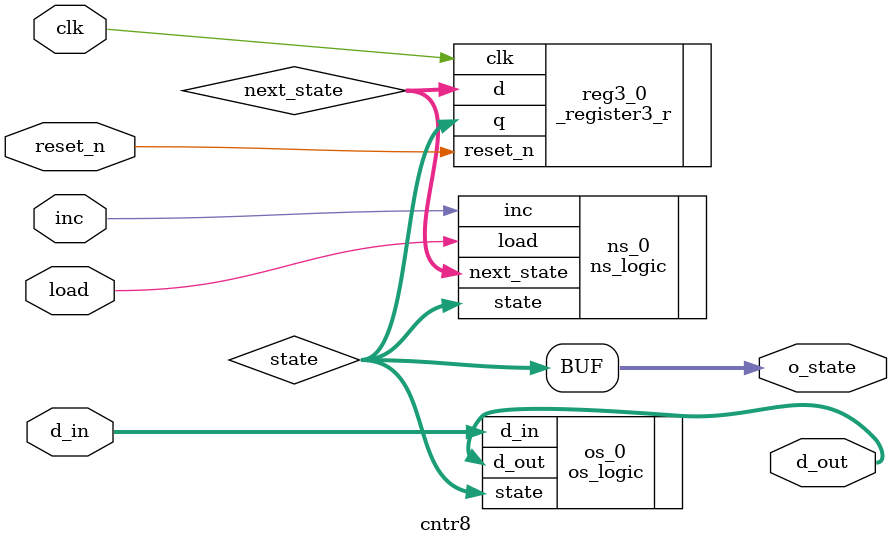
<source format=v>
module cntr8(clk, reset_n, inc, load, d_in, d_out, o_state);
	input clk, reset_n, inc, load;
	input [7:0]d_in; //set input
	
	output [7:0]d_out;
	output [2:0]o_state; //set output
	
	wire [2:0] next_state;
	wire [2:0] state; //set wire
	
	assign o_state = state; //assign output state
	
	os_logic os_0(.state(state), .d_in(d_in), .d_out(d_out)); //to get output
	ns_logic ns_0(.load(load), .inc(inc), .state(state), .next_state(next_state)); //to get next state
	_register3_r reg3_0(.clk(clk), .reset_n(reset_n), .d(next_state), .q(state)); //for clk and reset
	
endmodule

</source>
